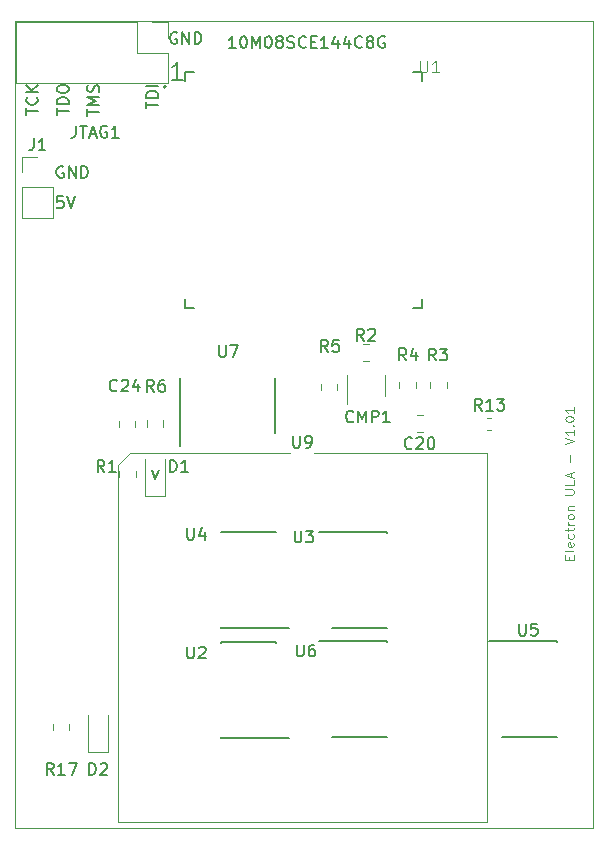
<source format=gbr>
G04 #@! TF.GenerationSoftware,KiCad,Pcbnew,(5.1.5)-3*
G04 #@! TF.CreationDate,2020-05-19T14:22:00+01:00*
G04 #@! TF.ProjectId,ElectronULA,456c6563-7472-46f6-9e55-4c412e6b6963,rev?*
G04 #@! TF.SameCoordinates,Original*
G04 #@! TF.FileFunction,Legend,Top*
G04 #@! TF.FilePolarity,Positive*
%FSLAX46Y46*%
G04 Gerber Fmt 4.6, Leading zero omitted, Abs format (unit mm)*
G04 Created by KiCad (PCBNEW (5.1.5)-3) date 2020-05-19 14:22:00*
%MOMM*%
%LPD*%
G04 APERTURE LIST*
%ADD10C,0.150000*%
%ADD11C,0.125000*%
%ADD12C,0.200000*%
%ADD13C,0.050000*%
%ADD14C,0.120000*%
%ADD15C,0.127000*%
%ADD16C,0.115000*%
G04 APERTURE END LIST*
D10*
X143903011Y-61298211D02*
X143045868Y-61298211D01*
X143474440Y-61298211D02*
X143474440Y-59798211D01*
X143331582Y-60012497D01*
X143188725Y-60155354D01*
X143045868Y-60226782D01*
X148397080Y-58587900D02*
X147825652Y-58587900D01*
X148111366Y-58587900D02*
X148111366Y-57587900D01*
X148016128Y-57730758D01*
X147920890Y-57825996D01*
X147825652Y-57873615D01*
X149016128Y-57587900D02*
X149111366Y-57587900D01*
X149206604Y-57635520D01*
X149254223Y-57683139D01*
X149301842Y-57778377D01*
X149349461Y-57968853D01*
X149349461Y-58206948D01*
X149301842Y-58397424D01*
X149254223Y-58492662D01*
X149206604Y-58540281D01*
X149111366Y-58587900D01*
X149016128Y-58587900D01*
X148920890Y-58540281D01*
X148873271Y-58492662D01*
X148825652Y-58397424D01*
X148778033Y-58206948D01*
X148778033Y-57968853D01*
X148825652Y-57778377D01*
X148873271Y-57683139D01*
X148920890Y-57635520D01*
X149016128Y-57587900D01*
X149778033Y-58587900D02*
X149778033Y-57587900D01*
X150111366Y-58302186D01*
X150444700Y-57587900D01*
X150444700Y-58587900D01*
X151111366Y-57587900D02*
X151206604Y-57587900D01*
X151301842Y-57635520D01*
X151349461Y-57683139D01*
X151397080Y-57778377D01*
X151444700Y-57968853D01*
X151444700Y-58206948D01*
X151397080Y-58397424D01*
X151349461Y-58492662D01*
X151301842Y-58540281D01*
X151206604Y-58587900D01*
X151111366Y-58587900D01*
X151016128Y-58540281D01*
X150968509Y-58492662D01*
X150920890Y-58397424D01*
X150873271Y-58206948D01*
X150873271Y-57968853D01*
X150920890Y-57778377D01*
X150968509Y-57683139D01*
X151016128Y-57635520D01*
X151111366Y-57587900D01*
X152016128Y-58016472D02*
X151920890Y-57968853D01*
X151873271Y-57921234D01*
X151825652Y-57825996D01*
X151825652Y-57778377D01*
X151873271Y-57683139D01*
X151920890Y-57635520D01*
X152016128Y-57587900D01*
X152206604Y-57587900D01*
X152301842Y-57635520D01*
X152349461Y-57683139D01*
X152397080Y-57778377D01*
X152397080Y-57825996D01*
X152349461Y-57921234D01*
X152301842Y-57968853D01*
X152206604Y-58016472D01*
X152016128Y-58016472D01*
X151920890Y-58064091D01*
X151873271Y-58111710D01*
X151825652Y-58206948D01*
X151825652Y-58397424D01*
X151873271Y-58492662D01*
X151920890Y-58540281D01*
X152016128Y-58587900D01*
X152206604Y-58587900D01*
X152301842Y-58540281D01*
X152349461Y-58492662D01*
X152397080Y-58397424D01*
X152397080Y-58206948D01*
X152349461Y-58111710D01*
X152301842Y-58064091D01*
X152206604Y-58016472D01*
X152778033Y-58540281D02*
X152920890Y-58587900D01*
X153158985Y-58587900D01*
X153254223Y-58540281D01*
X153301842Y-58492662D01*
X153349461Y-58397424D01*
X153349461Y-58302186D01*
X153301842Y-58206948D01*
X153254223Y-58159329D01*
X153158985Y-58111710D01*
X152968509Y-58064091D01*
X152873271Y-58016472D01*
X152825652Y-57968853D01*
X152778033Y-57873615D01*
X152778033Y-57778377D01*
X152825652Y-57683139D01*
X152873271Y-57635520D01*
X152968509Y-57587900D01*
X153206604Y-57587900D01*
X153349461Y-57635520D01*
X154349461Y-58492662D02*
X154301842Y-58540281D01*
X154158985Y-58587900D01*
X154063747Y-58587900D01*
X153920890Y-58540281D01*
X153825652Y-58445043D01*
X153778033Y-58349805D01*
X153730414Y-58159329D01*
X153730414Y-58016472D01*
X153778033Y-57825996D01*
X153825652Y-57730758D01*
X153920890Y-57635520D01*
X154063747Y-57587900D01*
X154158985Y-57587900D01*
X154301842Y-57635520D01*
X154349461Y-57683139D01*
X154778033Y-58064091D02*
X155111366Y-58064091D01*
X155254223Y-58587900D02*
X154778033Y-58587900D01*
X154778033Y-57587900D01*
X155254223Y-57587900D01*
X156206604Y-58587900D02*
X155635176Y-58587900D01*
X155920890Y-58587900D02*
X155920890Y-57587900D01*
X155825652Y-57730758D01*
X155730414Y-57825996D01*
X155635176Y-57873615D01*
X157063747Y-57921234D02*
X157063747Y-58587900D01*
X156825652Y-57540281D02*
X156587557Y-58254567D01*
X157206604Y-58254567D01*
X158016128Y-57921234D02*
X158016128Y-58587900D01*
X157778033Y-57540281D02*
X157539938Y-58254567D01*
X158158985Y-58254567D01*
X159111366Y-58492662D02*
X159063747Y-58540281D01*
X158920890Y-58587900D01*
X158825652Y-58587900D01*
X158682795Y-58540281D01*
X158587557Y-58445043D01*
X158539938Y-58349805D01*
X158492319Y-58159329D01*
X158492319Y-58016472D01*
X158539938Y-57825996D01*
X158587557Y-57730758D01*
X158682795Y-57635520D01*
X158825652Y-57587900D01*
X158920890Y-57587900D01*
X159063747Y-57635520D01*
X159111366Y-57683139D01*
X159682795Y-58016472D02*
X159587557Y-57968853D01*
X159539938Y-57921234D01*
X159492319Y-57825996D01*
X159492319Y-57778377D01*
X159539938Y-57683139D01*
X159587557Y-57635520D01*
X159682795Y-57587900D01*
X159873271Y-57587900D01*
X159968509Y-57635520D01*
X160016128Y-57683139D01*
X160063747Y-57778377D01*
X160063747Y-57825996D01*
X160016128Y-57921234D01*
X159968509Y-57968853D01*
X159873271Y-58016472D01*
X159682795Y-58016472D01*
X159587557Y-58064091D01*
X159539938Y-58111710D01*
X159492319Y-58206948D01*
X159492319Y-58397424D01*
X159539938Y-58492662D01*
X159587557Y-58540281D01*
X159682795Y-58587900D01*
X159873271Y-58587900D01*
X159968509Y-58540281D01*
X160016128Y-58492662D01*
X160063747Y-58397424D01*
X160063747Y-58206948D01*
X160016128Y-58111710D01*
X159968509Y-58064091D01*
X159873271Y-58016472D01*
X161016128Y-57635520D02*
X160920890Y-57587900D01*
X160778033Y-57587900D01*
X160635176Y-57635520D01*
X160539938Y-57730758D01*
X160492319Y-57825996D01*
X160444700Y-58016472D01*
X160444700Y-58159329D01*
X160492319Y-58349805D01*
X160539938Y-58445043D01*
X160635176Y-58540281D01*
X160778033Y-58587900D01*
X160873271Y-58587900D01*
X161016128Y-58540281D01*
X161063747Y-58492662D01*
X161063747Y-58159329D01*
X160873271Y-58159329D01*
X133802215Y-68641340D02*
X133706977Y-68593720D01*
X133564120Y-68593720D01*
X133421262Y-68641340D01*
X133326024Y-68736578D01*
X133278405Y-68831816D01*
X133230786Y-69022292D01*
X133230786Y-69165149D01*
X133278405Y-69355625D01*
X133326024Y-69450863D01*
X133421262Y-69546101D01*
X133564120Y-69593720D01*
X133659358Y-69593720D01*
X133802215Y-69546101D01*
X133849834Y-69498482D01*
X133849834Y-69165149D01*
X133659358Y-69165149D01*
X134278405Y-69593720D02*
X134278405Y-68593720D01*
X134849834Y-69593720D01*
X134849834Y-68593720D01*
X135326024Y-69593720D02*
X135326024Y-68593720D01*
X135564120Y-68593720D01*
X135706977Y-68641340D01*
X135802215Y-68736578D01*
X135849834Y-68831816D01*
X135897453Y-69022292D01*
X135897453Y-69165149D01*
X135849834Y-69355625D01*
X135802215Y-69450863D01*
X135706977Y-69546101D01*
X135564120Y-69593720D01*
X135326024Y-69593720D01*
X133784363Y-71154040D02*
X133308173Y-71154040D01*
X133260554Y-71630231D01*
X133308173Y-71582612D01*
X133403411Y-71534993D01*
X133641506Y-71534993D01*
X133736744Y-71582612D01*
X133784363Y-71630231D01*
X133831982Y-71725469D01*
X133831982Y-71963564D01*
X133784363Y-72058802D01*
X133736744Y-72106421D01*
X133641506Y-72154040D01*
X133403411Y-72154040D01*
X133308173Y-72106421D01*
X133260554Y-72058802D01*
X134117697Y-71154040D02*
X134451030Y-72154040D01*
X134784363Y-71154040D01*
X143411035Y-57300240D02*
X143315797Y-57252620D01*
X143172940Y-57252620D01*
X143030082Y-57300240D01*
X142934844Y-57395478D01*
X142887225Y-57490716D01*
X142839606Y-57681192D01*
X142839606Y-57824049D01*
X142887225Y-58014525D01*
X142934844Y-58109763D01*
X143030082Y-58205001D01*
X143172940Y-58252620D01*
X143268178Y-58252620D01*
X143411035Y-58205001D01*
X143458654Y-58157382D01*
X143458654Y-57824049D01*
X143268178Y-57824049D01*
X143887225Y-58252620D02*
X143887225Y-57252620D01*
X144458654Y-58252620D01*
X144458654Y-57252620D01*
X144934844Y-58252620D02*
X144934844Y-57252620D01*
X145172940Y-57252620D01*
X145315797Y-57300240D01*
X145411035Y-57395478D01*
X145458654Y-57490716D01*
X145506273Y-57681192D01*
X145506273Y-57824049D01*
X145458654Y-58014525D01*
X145411035Y-58109763D01*
X145315797Y-58205001D01*
X145172940Y-58252620D01*
X144934844Y-58252620D01*
X140836400Y-63693229D02*
X140836400Y-63121800D01*
X141836400Y-63407515D02*
X140836400Y-63407515D01*
X141836400Y-62788467D02*
X140836400Y-62788467D01*
X140836400Y-62550372D01*
X140884020Y-62407515D01*
X140979258Y-62312277D01*
X141074496Y-62264658D01*
X141264972Y-62217039D01*
X141407829Y-62217039D01*
X141598305Y-62264658D01*
X141693543Y-62312277D01*
X141788781Y-62407515D01*
X141836400Y-62550372D01*
X141836400Y-62788467D01*
X141836400Y-61788467D02*
X140836400Y-61788467D01*
X135845300Y-64305013D02*
X135845300Y-63733584D01*
X136845300Y-64019299D02*
X135845300Y-64019299D01*
X136845300Y-63400251D02*
X135845300Y-63400251D01*
X136559586Y-63066918D01*
X135845300Y-62733584D01*
X136845300Y-62733584D01*
X136797681Y-62305013D02*
X136845300Y-62162156D01*
X136845300Y-61924060D01*
X136797681Y-61828822D01*
X136750062Y-61781203D01*
X136654824Y-61733584D01*
X136559586Y-61733584D01*
X136464348Y-61781203D01*
X136416729Y-61828822D01*
X136369110Y-61924060D01*
X136321491Y-62114537D01*
X136273872Y-62209775D01*
X136226253Y-62257394D01*
X136131015Y-62305013D01*
X136035777Y-62305013D01*
X135940539Y-62257394D01*
X135892920Y-62209775D01*
X135845300Y-62114537D01*
X135845300Y-61876441D01*
X135892920Y-61733584D01*
X133259580Y-64243103D02*
X133259580Y-63671675D01*
X134259580Y-63957389D02*
X133259580Y-63957389D01*
X134259580Y-63338341D02*
X133259580Y-63338341D01*
X133259580Y-63100246D01*
X133307200Y-62957389D01*
X133402438Y-62862151D01*
X133497676Y-62814532D01*
X133688152Y-62766913D01*
X133831009Y-62766913D01*
X134021485Y-62814532D01*
X134116723Y-62862151D01*
X134211961Y-62957389D01*
X134259580Y-63100246D01*
X134259580Y-63338341D01*
X133259580Y-62147865D02*
X133259580Y-61957389D01*
X133307200Y-61862151D01*
X133402438Y-61766913D01*
X133592914Y-61719294D01*
X133926247Y-61719294D01*
X134116723Y-61766913D01*
X134211961Y-61862151D01*
X134259580Y-61957389D01*
X134259580Y-62147865D01*
X134211961Y-62243103D01*
X134116723Y-62338341D01*
X133926247Y-62385960D01*
X133592914Y-62385960D01*
X133402438Y-62338341D01*
X133307200Y-62243103D01*
X133259580Y-62147865D01*
X130653540Y-64239614D02*
X130653540Y-63668185D01*
X131653540Y-63953900D02*
X130653540Y-63953900D01*
X131558302Y-62763423D02*
X131605921Y-62811042D01*
X131653540Y-62953900D01*
X131653540Y-63049138D01*
X131605921Y-63191995D01*
X131510683Y-63287233D01*
X131415445Y-63334852D01*
X131224969Y-63382471D01*
X131082112Y-63382471D01*
X130891636Y-63334852D01*
X130796398Y-63287233D01*
X130701160Y-63191995D01*
X130653540Y-63049138D01*
X130653540Y-62953900D01*
X130701160Y-62811042D01*
X130748779Y-62763423D01*
X131653540Y-62334852D02*
X130653540Y-62334852D01*
X131653540Y-61763423D02*
X131082112Y-62191995D01*
X130653540Y-61763423D02*
X131224969Y-62334852D01*
D11*
X176645100Y-101924315D02*
X176645100Y-101657648D01*
X177011766Y-101543362D02*
X177011766Y-101924315D01*
X176311766Y-101924315D01*
X176311766Y-101543362D01*
X177011766Y-101086220D02*
X176978433Y-101162410D01*
X176911766Y-101200505D01*
X176311766Y-101200505D01*
X176978433Y-100476696D02*
X177011766Y-100552886D01*
X177011766Y-100705267D01*
X176978433Y-100781458D01*
X176911766Y-100819553D01*
X176645100Y-100819553D01*
X176578433Y-100781458D01*
X176545100Y-100705267D01*
X176545100Y-100552886D01*
X176578433Y-100476696D01*
X176645100Y-100438600D01*
X176711766Y-100438600D01*
X176778433Y-100819553D01*
X176978433Y-99752886D02*
X177011766Y-99829077D01*
X177011766Y-99981458D01*
X176978433Y-100057648D01*
X176945100Y-100095743D01*
X176878433Y-100133839D01*
X176678433Y-100133839D01*
X176611766Y-100095743D01*
X176578433Y-100057648D01*
X176545100Y-99981458D01*
X176545100Y-99829077D01*
X176578433Y-99752886D01*
X176545100Y-99524315D02*
X176545100Y-99219553D01*
X176311766Y-99410029D02*
X176911766Y-99410029D01*
X176978433Y-99371934D01*
X177011766Y-99295743D01*
X177011766Y-99219553D01*
X177011766Y-98952886D02*
X176545100Y-98952886D01*
X176678433Y-98952886D02*
X176611766Y-98914791D01*
X176578433Y-98876696D01*
X176545100Y-98800505D01*
X176545100Y-98724315D01*
X177011766Y-98343362D02*
X176978433Y-98419553D01*
X176945100Y-98457648D01*
X176878433Y-98495743D01*
X176678433Y-98495743D01*
X176611766Y-98457648D01*
X176578433Y-98419553D01*
X176545100Y-98343362D01*
X176545100Y-98229077D01*
X176578433Y-98152886D01*
X176611766Y-98114791D01*
X176678433Y-98076696D01*
X176878433Y-98076696D01*
X176945100Y-98114791D01*
X176978433Y-98152886D01*
X177011766Y-98229077D01*
X177011766Y-98343362D01*
X176545100Y-97733839D02*
X177011766Y-97733839D01*
X176611766Y-97733839D02*
X176578433Y-97695743D01*
X176545100Y-97619553D01*
X176545100Y-97505267D01*
X176578433Y-97429077D01*
X176645100Y-97390981D01*
X177011766Y-97390981D01*
X176311766Y-96400505D02*
X176878433Y-96400505D01*
X176945100Y-96362410D01*
X176978433Y-96324315D01*
X177011766Y-96248124D01*
X177011766Y-96095743D01*
X176978433Y-96019553D01*
X176945100Y-95981458D01*
X176878433Y-95943362D01*
X176311766Y-95943362D01*
X177011766Y-95181458D02*
X177011766Y-95562410D01*
X176311766Y-95562410D01*
X176811766Y-94952886D02*
X176811766Y-94571934D01*
X177011766Y-95029077D02*
X176311766Y-94762410D01*
X177011766Y-94495743D01*
X176745100Y-93619553D02*
X176745100Y-93010029D01*
X176311766Y-92133839D02*
X177011766Y-91867172D01*
X176311766Y-91600505D01*
X177011766Y-90914791D02*
X177011766Y-91371934D01*
X177011766Y-91143362D02*
X176311766Y-91143362D01*
X176411766Y-91219553D01*
X176478433Y-91295743D01*
X176511766Y-91371934D01*
X176945100Y-90571934D02*
X176978433Y-90533839D01*
X177011766Y-90571934D01*
X176978433Y-90610029D01*
X176945100Y-90571934D01*
X177011766Y-90571934D01*
X176311766Y-90038600D02*
X176311766Y-89962410D01*
X176345100Y-89886220D01*
X176378433Y-89848124D01*
X176445100Y-89810029D01*
X176578433Y-89771934D01*
X176745100Y-89771934D01*
X176878433Y-89810029D01*
X176945100Y-89848124D01*
X176978433Y-89886220D01*
X177011766Y-89962410D01*
X177011766Y-90038600D01*
X176978433Y-90114791D01*
X176945100Y-90152886D01*
X176878433Y-90190981D01*
X176745100Y-90229077D01*
X176578433Y-90229077D01*
X176445100Y-90190981D01*
X176378433Y-90152886D01*
X176345100Y-90114791D01*
X176311766Y-90038600D01*
X177011766Y-89010029D02*
X177011766Y-89467172D01*
X177011766Y-89238600D02*
X176311766Y-89238600D01*
X176411766Y-89314791D01*
X176478433Y-89390981D01*
X176511766Y-89467172D01*
D12*
X141890405Y-94284847D02*
X141604691Y-95046752D01*
X141318977Y-94284847D01*
D13*
X129700020Y-124670820D02*
X129703200Y-56271000D01*
X178683920Y-124670820D02*
X129700020Y-124670820D01*
X178661700Y-56283700D02*
X178683920Y-124670820D01*
X129703200Y-56271000D02*
X178661700Y-56283700D01*
D14*
X134326700Y-115842148D02*
X134326700Y-116364652D01*
X132906700Y-115842148D02*
X132906700Y-116364652D01*
X135918840Y-118196440D02*
X137618840Y-118196440D01*
X137618840Y-118196440D02*
X137618840Y-115046440D01*
X135918840Y-118196440D02*
X135918840Y-115046440D01*
X130290260Y-67783400D02*
X131620260Y-67783400D01*
X130290260Y-69113400D02*
X130290260Y-67783400D01*
X130290260Y-70383400D02*
X132950260Y-70383400D01*
X132950260Y-70383400D02*
X132950260Y-72983400D01*
X130290260Y-70383400D02*
X130290260Y-72983400D01*
X130290260Y-72983400D02*
X132950260Y-72983400D01*
X170041387Y-89908920D02*
X169698853Y-89908920D01*
X170041387Y-90928920D02*
X169698853Y-90928920D01*
X142655600Y-56381340D02*
X142655600Y-57711340D01*
X141325600Y-56381340D02*
X142655600Y-56381340D01*
X142655600Y-58981340D02*
X142655600Y-61581340D01*
X140055600Y-58981340D02*
X142655600Y-58981340D01*
X140055600Y-56381340D02*
X140055600Y-58981340D01*
X142655600Y-61581340D02*
X129835600Y-61581340D01*
X140055600Y-56381340D02*
X129835600Y-56381340D01*
X129835600Y-56381340D02*
X129835600Y-61581340D01*
X159175948Y-85111000D02*
X159698452Y-85111000D01*
X159175948Y-83691000D02*
X159698452Y-83691000D01*
D12*
X142487200Y-61871000D02*
G75*
G03X142487200Y-61871000I-100000J0D01*
G01*
D15*
X144137200Y-80621000D02*
X144887200Y-80621000D01*
X144137200Y-79871000D02*
X144137200Y-80621000D01*
X164137200Y-80621000D02*
X164137200Y-79871000D01*
X163387200Y-80621000D02*
X164137200Y-80621000D01*
X164137200Y-60621000D02*
X164137200Y-61371000D01*
X163387200Y-60621000D02*
X164137200Y-60621000D01*
X144137200Y-60621000D02*
X144887200Y-60621000D01*
X144137200Y-61371000D02*
X144137200Y-60621000D01*
D10*
X170917720Y-116928220D02*
X175567720Y-116928220D01*
X169842720Y-108828220D02*
X175567720Y-108828220D01*
X170917720Y-116928220D02*
X170917720Y-116903220D01*
X175567720Y-116928220D02*
X175567720Y-116903220D01*
X175567720Y-108878220D02*
X175567720Y-108903220D01*
D14*
X138522640Y-94384228D02*
X138522640Y-94906732D01*
X139942640Y-94384228D02*
X139942640Y-94906732D01*
X140726920Y-96541720D02*
X140726920Y-93391720D01*
X142426920Y-96541720D02*
X142426920Y-93391720D01*
X140726920Y-96541720D02*
X142426920Y-96541720D01*
X169663300Y-92871100D02*
X155038300Y-92871100D01*
X169663300Y-124121100D02*
X169663300Y-92871100D01*
X138413300Y-124121100D02*
X169663300Y-124121100D01*
X138413300Y-93871100D02*
X138413300Y-124121100D01*
X139413300Y-92871100D02*
X138413300Y-93871100D01*
X153038300Y-92871100D02*
X139413300Y-92871100D01*
X157817200Y-86291000D02*
X157817200Y-88741000D01*
X161037200Y-88091000D02*
X161037200Y-86291000D01*
D10*
X151748860Y-91199600D02*
X151748860Y-86549600D01*
X143648860Y-92274600D02*
X143648860Y-86549600D01*
X151748860Y-91199600D02*
X151723860Y-91199600D01*
X151748860Y-86549600D02*
X151723860Y-86549600D01*
X143698860Y-86549600D02*
X143723860Y-86549600D01*
X156552000Y-107707800D02*
X161202000Y-107707800D01*
X155477000Y-99607800D02*
X161202000Y-99607800D01*
X156552000Y-107707800D02*
X156552000Y-107682800D01*
X161202000Y-107707800D02*
X161202000Y-107682800D01*
X161202000Y-99657800D02*
X161202000Y-99682800D01*
X156552000Y-116928000D02*
X161202000Y-116928000D01*
X155477000Y-108828000D02*
X161202000Y-108828000D01*
X156552000Y-116928000D02*
X156552000Y-116903000D01*
X161202000Y-116928000D02*
X161202000Y-116903000D01*
X161202000Y-108878000D02*
X161202000Y-108903000D01*
X151816700Y-99556200D02*
X147166700Y-99556200D01*
X152891700Y-107656200D02*
X147166700Y-107656200D01*
X151816700Y-99556200D02*
X151816700Y-99581200D01*
X147166700Y-99556200D02*
X147166700Y-99581200D01*
X147166700Y-107606200D02*
X147166700Y-107581200D01*
X151842100Y-108903400D02*
X147192100Y-108903400D01*
X152917100Y-117003400D02*
X147192100Y-117003400D01*
X151842100Y-108903400D02*
X151842100Y-108928400D01*
X147192100Y-108903400D02*
X147192100Y-108928400D01*
X147192100Y-116953400D02*
X147192100Y-116928400D01*
D14*
X157007200Y-87557252D02*
X157007200Y-87034748D01*
X155587200Y-87557252D02*
X155587200Y-87034748D01*
X162247200Y-86894748D02*
X162247200Y-87417252D01*
X163667200Y-86894748D02*
X163667200Y-87417252D01*
X166267200Y-87412252D02*
X166267200Y-86889748D01*
X164847200Y-87412252D02*
X164847200Y-86889748D01*
X164243452Y-89691000D02*
X163720948Y-89691000D01*
X164243452Y-91111000D02*
X163720948Y-91111000D01*
X140866920Y-90115468D02*
X140866920Y-90637972D01*
X142286920Y-90115468D02*
X142286920Y-90637972D01*
X139911400Y-90665452D02*
X139911400Y-90142948D01*
X138491400Y-90665452D02*
X138491400Y-90142948D01*
D10*
X132986542Y-120127020D02*
X132653209Y-119650830D01*
X132415114Y-120127020D02*
X132415114Y-119127020D01*
X132796066Y-119127020D01*
X132891304Y-119174640D01*
X132938923Y-119222259D01*
X132986542Y-119317497D01*
X132986542Y-119460354D01*
X132938923Y-119555592D01*
X132891304Y-119603211D01*
X132796066Y-119650830D01*
X132415114Y-119650830D01*
X133938923Y-120127020D02*
X133367495Y-120127020D01*
X133653209Y-120127020D02*
X133653209Y-119127020D01*
X133557971Y-119269878D01*
X133462733Y-119365116D01*
X133367495Y-119412735D01*
X134272257Y-119127020D02*
X134938923Y-119127020D01*
X134510352Y-120127020D01*
X136007884Y-120127020D02*
X136007884Y-119127020D01*
X136245980Y-119127020D01*
X136388837Y-119174640D01*
X136484075Y-119269878D01*
X136531694Y-119365116D01*
X136579313Y-119555592D01*
X136579313Y-119698449D01*
X136531694Y-119888925D01*
X136484075Y-119984163D01*
X136388837Y-120079401D01*
X136245980Y-120127020D01*
X136007884Y-120127020D01*
X136960265Y-119222259D02*
X137007884Y-119174640D01*
X137103122Y-119127020D01*
X137341218Y-119127020D01*
X137436456Y-119174640D01*
X137484075Y-119222259D01*
X137531694Y-119317497D01*
X137531694Y-119412735D01*
X137484075Y-119555592D01*
X136912646Y-120127020D01*
X137531694Y-120127020D01*
X131286926Y-66235780D02*
X131286926Y-66950066D01*
X131239307Y-67092923D01*
X131144069Y-67188161D01*
X131001212Y-67235780D01*
X130905974Y-67235780D01*
X132286926Y-67235780D02*
X131715498Y-67235780D01*
X132001212Y-67235780D02*
X132001212Y-66235780D01*
X131905974Y-66378638D01*
X131810736Y-66473876D01*
X131715498Y-66521495D01*
X169245042Y-89286340D02*
X168911709Y-88810150D01*
X168673614Y-89286340D02*
X168673614Y-88286340D01*
X169054566Y-88286340D01*
X169149804Y-88333960D01*
X169197423Y-88381579D01*
X169245042Y-88476817D01*
X169245042Y-88619674D01*
X169197423Y-88714912D01*
X169149804Y-88762531D01*
X169054566Y-88810150D01*
X168673614Y-88810150D01*
X170197423Y-89286340D02*
X169625995Y-89286340D01*
X169911709Y-89286340D02*
X169911709Y-88286340D01*
X169816471Y-88429198D01*
X169721233Y-88524436D01*
X169625995Y-88572055D01*
X170530757Y-88286340D02*
X171149804Y-88286340D01*
X170816471Y-88667293D01*
X170959328Y-88667293D01*
X171054566Y-88714912D01*
X171102185Y-88762531D01*
X171149804Y-88857769D01*
X171149804Y-89095864D01*
X171102185Y-89191102D01*
X171054566Y-89238721D01*
X170959328Y-89286340D01*
X170673614Y-89286340D01*
X170578376Y-89238721D01*
X170530757Y-89191102D01*
X134871982Y-65172340D02*
X134871982Y-65886626D01*
X134824363Y-66029483D01*
X134729125Y-66124721D01*
X134586268Y-66172340D01*
X134491030Y-66172340D01*
X135205316Y-65172340D02*
X135776744Y-65172340D01*
X135491030Y-66172340D02*
X135491030Y-65172340D01*
X136062459Y-65886626D02*
X136538649Y-65886626D01*
X135967220Y-66172340D02*
X136300554Y-65172340D01*
X136633887Y-66172340D01*
X137491030Y-65219960D02*
X137395792Y-65172340D01*
X137252935Y-65172340D01*
X137110078Y-65219960D01*
X137014840Y-65315198D01*
X136967220Y-65410436D01*
X136919601Y-65600912D01*
X136919601Y-65743769D01*
X136967220Y-65934245D01*
X137014840Y-66029483D01*
X137110078Y-66124721D01*
X137252935Y-66172340D01*
X137348173Y-66172340D01*
X137491030Y-66124721D01*
X137538649Y-66077102D01*
X137538649Y-65743769D01*
X137348173Y-65743769D01*
X138491030Y-66172340D02*
X137919601Y-66172340D01*
X138205316Y-66172340D02*
X138205316Y-65172340D01*
X138110078Y-65315198D01*
X138014840Y-65410436D01*
X137919601Y-65458055D01*
X159260533Y-83363380D02*
X158927200Y-82887190D01*
X158689104Y-83363380D02*
X158689104Y-82363380D01*
X159070057Y-82363380D01*
X159165295Y-82411000D01*
X159212914Y-82458619D01*
X159260533Y-82553857D01*
X159260533Y-82696714D01*
X159212914Y-82791952D01*
X159165295Y-82839571D01*
X159070057Y-82887190D01*
X158689104Y-82887190D01*
X159641485Y-82458619D02*
X159689104Y-82411000D01*
X159784342Y-82363380D01*
X160022438Y-82363380D01*
X160117676Y-82411000D01*
X160165295Y-82458619D01*
X160212914Y-82553857D01*
X160212914Y-82649095D01*
X160165295Y-82791952D01*
X159593866Y-83363380D01*
X160212914Y-83363380D01*
D16*
X164040573Y-59655215D02*
X164040573Y-60465102D01*
X164088213Y-60560383D01*
X164135854Y-60608023D01*
X164231134Y-60655664D01*
X164421696Y-60655664D01*
X164516977Y-60608023D01*
X164564617Y-60560383D01*
X164612258Y-60465102D01*
X164612258Y-59655215D01*
X165612707Y-60655664D02*
X165041022Y-60655664D01*
X165326864Y-60655664D02*
X165326864Y-59655215D01*
X165231583Y-59798136D01*
X165136303Y-59893417D01*
X165041022Y-59941057D01*
D10*
X172394975Y-107336340D02*
X172394975Y-108145864D01*
X172442594Y-108241102D01*
X172490213Y-108288721D01*
X172585451Y-108336340D01*
X172775927Y-108336340D01*
X172871165Y-108288721D01*
X172918784Y-108241102D01*
X172966403Y-108145864D01*
X172966403Y-107336340D01*
X173918784Y-107336340D02*
X173442594Y-107336340D01*
X173394975Y-107812531D01*
X173442594Y-107764912D01*
X173537832Y-107717293D01*
X173775927Y-107717293D01*
X173871165Y-107764912D01*
X173918784Y-107812531D01*
X173966403Y-107907769D01*
X173966403Y-108145864D01*
X173918784Y-108241102D01*
X173871165Y-108288721D01*
X173775927Y-108336340D01*
X173537832Y-108336340D01*
X173442594Y-108288721D01*
X173394975Y-108241102D01*
X137282893Y-94478100D02*
X136949560Y-94001910D01*
X136711464Y-94478100D02*
X136711464Y-93478100D01*
X137092417Y-93478100D01*
X137187655Y-93525720D01*
X137235274Y-93573339D01*
X137282893Y-93668577D01*
X137282893Y-93811434D01*
X137235274Y-93906672D01*
X137187655Y-93954291D01*
X137092417Y-94001910D01*
X136711464Y-94001910D01*
X138235274Y-94478100D02*
X137663845Y-94478100D01*
X137949560Y-94478100D02*
X137949560Y-93478100D01*
X137854321Y-93620958D01*
X137759083Y-93716196D01*
X137663845Y-93763815D01*
X142832864Y-94478100D02*
X142832864Y-93478100D01*
X143070960Y-93478100D01*
X143213817Y-93525720D01*
X143309055Y-93620958D01*
X143356674Y-93716196D01*
X143404293Y-93906672D01*
X143404293Y-94049529D01*
X143356674Y-94240005D01*
X143309055Y-94335243D01*
X143213817Y-94430481D01*
X143070960Y-94478100D01*
X142832864Y-94478100D01*
X144356674Y-94478100D02*
X143785245Y-94478100D01*
X144070960Y-94478100D02*
X144070960Y-93478100D01*
X143975721Y-93620958D01*
X143880483Y-93716196D01*
X143785245Y-93763815D01*
X153276395Y-91423480D02*
X153276395Y-92233004D01*
X153324014Y-92328242D01*
X153371633Y-92375861D01*
X153466871Y-92423480D01*
X153657347Y-92423480D01*
X153752585Y-92375861D01*
X153800204Y-92328242D01*
X153847823Y-92233004D01*
X153847823Y-91423480D01*
X154371633Y-92423480D02*
X154562109Y-92423480D01*
X154657347Y-92375861D01*
X154704966Y-92328242D01*
X154800204Y-92185385D01*
X154847823Y-91994909D01*
X154847823Y-91613957D01*
X154800204Y-91518719D01*
X154752585Y-91471100D01*
X154657347Y-91423480D01*
X154466871Y-91423480D01*
X154371633Y-91471100D01*
X154324014Y-91518719D01*
X154276395Y-91613957D01*
X154276395Y-91852052D01*
X154324014Y-91947290D01*
X154371633Y-91994909D01*
X154466871Y-92042528D01*
X154657347Y-92042528D01*
X154752585Y-91994909D01*
X154800204Y-91947290D01*
X154847823Y-91852052D01*
X158359104Y-90188142D02*
X158311485Y-90235761D01*
X158168628Y-90283380D01*
X158073390Y-90283380D01*
X157930533Y-90235761D01*
X157835295Y-90140523D01*
X157787676Y-90045285D01*
X157740057Y-89854809D01*
X157740057Y-89711952D01*
X157787676Y-89521476D01*
X157835295Y-89426238D01*
X157930533Y-89331000D01*
X158073390Y-89283380D01*
X158168628Y-89283380D01*
X158311485Y-89331000D01*
X158359104Y-89378619D01*
X158787676Y-90283380D02*
X158787676Y-89283380D01*
X159121009Y-89997666D01*
X159454342Y-89283380D01*
X159454342Y-90283380D01*
X159930533Y-90283380D02*
X159930533Y-89283380D01*
X160311485Y-89283380D01*
X160406723Y-89331000D01*
X160454342Y-89378619D01*
X160501961Y-89473857D01*
X160501961Y-89616714D01*
X160454342Y-89711952D01*
X160406723Y-89759571D01*
X160311485Y-89807190D01*
X159930533Y-89807190D01*
X161454342Y-90283380D02*
X160882914Y-90283380D01*
X161168628Y-90283380D02*
X161168628Y-89283380D01*
X161073390Y-89426238D01*
X160978152Y-89521476D01*
X160882914Y-89569095D01*
X147005295Y-83733380D02*
X147005295Y-84542904D01*
X147052914Y-84638142D01*
X147100533Y-84685761D01*
X147195771Y-84733380D01*
X147386247Y-84733380D01*
X147481485Y-84685761D01*
X147529104Y-84638142D01*
X147576723Y-84542904D01*
X147576723Y-83733380D01*
X147957676Y-83733380D02*
X148624342Y-83733380D01*
X148195771Y-84733380D01*
X153390695Y-99457260D02*
X153390695Y-100266784D01*
X153438314Y-100362022D01*
X153485933Y-100409641D01*
X153581171Y-100457260D01*
X153771647Y-100457260D01*
X153866885Y-100409641D01*
X153914504Y-100362022D01*
X153962123Y-100266784D01*
X153962123Y-99457260D01*
X154343076Y-99457260D02*
X154962123Y-99457260D01*
X154628790Y-99838213D01*
X154771647Y-99838213D01*
X154866885Y-99885832D01*
X154914504Y-99933451D01*
X154962123Y-100028689D01*
X154962123Y-100266784D01*
X154914504Y-100362022D01*
X154866885Y-100409641D01*
X154771647Y-100457260D01*
X154485933Y-100457260D01*
X154390695Y-100409641D01*
X154343076Y-100362022D01*
X153573575Y-109109260D02*
X153573575Y-109918784D01*
X153621194Y-110014022D01*
X153668813Y-110061641D01*
X153764051Y-110109260D01*
X153954527Y-110109260D01*
X154049765Y-110061641D01*
X154097384Y-110014022D01*
X154145003Y-109918784D01*
X154145003Y-109109260D01*
X155049765Y-109109260D02*
X154859289Y-109109260D01*
X154764051Y-109156880D01*
X154716432Y-109204499D01*
X154621194Y-109347356D01*
X154573575Y-109537832D01*
X154573575Y-109918784D01*
X154621194Y-110014022D01*
X154668813Y-110061641D01*
X154764051Y-110109260D01*
X154954527Y-110109260D01*
X155049765Y-110061641D01*
X155097384Y-110014022D01*
X155145003Y-109918784D01*
X155145003Y-109680689D01*
X155097384Y-109585451D01*
X155049765Y-109537832D01*
X154954527Y-109490213D01*
X154764051Y-109490213D01*
X154668813Y-109537832D01*
X154621194Y-109585451D01*
X154573575Y-109680689D01*
X144297495Y-99208340D02*
X144297495Y-100017864D01*
X144345114Y-100113102D01*
X144392733Y-100160721D01*
X144487971Y-100208340D01*
X144678447Y-100208340D01*
X144773685Y-100160721D01*
X144821304Y-100113102D01*
X144868923Y-100017864D01*
X144868923Y-99208340D01*
X145773685Y-99541674D02*
X145773685Y-100208340D01*
X145535590Y-99160721D02*
X145297495Y-99875007D01*
X145916542Y-99875007D01*
X144297495Y-109266740D02*
X144297495Y-110076264D01*
X144345114Y-110171502D01*
X144392733Y-110219121D01*
X144487971Y-110266740D01*
X144678447Y-110266740D01*
X144773685Y-110219121D01*
X144821304Y-110171502D01*
X144868923Y-110076264D01*
X144868923Y-109266740D01*
X145297495Y-109361979D02*
X145345114Y-109314360D01*
X145440352Y-109266740D01*
X145678447Y-109266740D01*
X145773685Y-109314360D01*
X145821304Y-109361979D01*
X145868923Y-109457217D01*
X145868923Y-109552455D01*
X145821304Y-109695312D01*
X145249876Y-110266740D01*
X145868923Y-110266740D01*
X156215133Y-84305700D02*
X155881800Y-83829510D01*
X155643704Y-84305700D02*
X155643704Y-83305700D01*
X156024657Y-83305700D01*
X156119895Y-83353320D01*
X156167514Y-83400939D01*
X156215133Y-83496177D01*
X156215133Y-83639034D01*
X156167514Y-83734272D01*
X156119895Y-83781891D01*
X156024657Y-83829510D01*
X155643704Y-83829510D01*
X157119895Y-83305700D02*
X156643704Y-83305700D01*
X156596085Y-83781891D01*
X156643704Y-83734272D01*
X156738942Y-83686653D01*
X156977038Y-83686653D01*
X157072276Y-83734272D01*
X157119895Y-83781891D01*
X157167514Y-83877129D01*
X157167514Y-84115224D01*
X157119895Y-84210462D01*
X157072276Y-84258081D01*
X156977038Y-84305700D01*
X156738942Y-84305700D01*
X156643704Y-84258081D01*
X156596085Y-84210462D01*
X162830213Y-85029300D02*
X162496880Y-84553110D01*
X162258784Y-85029300D02*
X162258784Y-84029300D01*
X162639737Y-84029300D01*
X162734975Y-84076920D01*
X162782594Y-84124539D01*
X162830213Y-84219777D01*
X162830213Y-84362634D01*
X162782594Y-84457872D01*
X162734975Y-84505491D01*
X162639737Y-84553110D01*
X162258784Y-84553110D01*
X163687356Y-84362634D02*
X163687356Y-85029300D01*
X163449260Y-83981681D02*
X163211165Y-84695967D01*
X163830213Y-84695967D01*
X165349893Y-85044540D02*
X165016560Y-84568350D01*
X164778464Y-85044540D02*
X164778464Y-84044540D01*
X165159417Y-84044540D01*
X165254655Y-84092160D01*
X165302274Y-84139779D01*
X165349893Y-84235017D01*
X165349893Y-84377874D01*
X165302274Y-84473112D01*
X165254655Y-84520731D01*
X165159417Y-84568350D01*
X164778464Y-84568350D01*
X165683226Y-84044540D02*
X166302274Y-84044540D01*
X165968940Y-84425493D01*
X166111798Y-84425493D01*
X166207036Y-84473112D01*
X166254655Y-84520731D01*
X166302274Y-84615969D01*
X166302274Y-84854064D01*
X166254655Y-84949302D01*
X166207036Y-84996921D01*
X166111798Y-85044540D01*
X165826083Y-85044540D01*
X165730845Y-84996921D01*
X165683226Y-84949302D01*
X163324302Y-92460082D02*
X163276683Y-92507701D01*
X163133826Y-92555320D01*
X163038588Y-92555320D01*
X162895731Y-92507701D01*
X162800493Y-92412463D01*
X162752874Y-92317225D01*
X162705255Y-92126749D01*
X162705255Y-91983892D01*
X162752874Y-91793416D01*
X162800493Y-91698178D01*
X162895731Y-91602940D01*
X163038588Y-91555320D01*
X163133826Y-91555320D01*
X163276683Y-91602940D01*
X163324302Y-91650559D01*
X163705255Y-91650559D02*
X163752874Y-91602940D01*
X163848112Y-91555320D01*
X164086207Y-91555320D01*
X164181445Y-91602940D01*
X164229064Y-91650559D01*
X164276683Y-91745797D01*
X164276683Y-91841035D01*
X164229064Y-91983892D01*
X163657636Y-92555320D01*
X164276683Y-92555320D01*
X164895731Y-91555320D02*
X164990969Y-91555320D01*
X165086207Y-91602940D01*
X165133826Y-91650559D01*
X165181445Y-91745797D01*
X165229064Y-91936273D01*
X165229064Y-92174368D01*
X165181445Y-92364844D01*
X165133826Y-92460082D01*
X165086207Y-92507701D01*
X164990969Y-92555320D01*
X164895731Y-92555320D01*
X164800493Y-92507701D01*
X164752874Y-92460082D01*
X164705255Y-92364844D01*
X164657636Y-92174368D01*
X164657636Y-91936273D01*
X164705255Y-91745797D01*
X164752874Y-91650559D01*
X164800493Y-91602940D01*
X164895731Y-91555320D01*
X141480253Y-87684100D02*
X141146920Y-87207910D01*
X140908824Y-87684100D02*
X140908824Y-86684100D01*
X141289777Y-86684100D01*
X141385015Y-86731720D01*
X141432634Y-86779339D01*
X141480253Y-86874577D01*
X141480253Y-87017434D01*
X141432634Y-87112672D01*
X141385015Y-87160291D01*
X141289777Y-87207910D01*
X140908824Y-87207910D01*
X142337396Y-86684100D02*
X142146920Y-86684100D01*
X142051681Y-86731720D01*
X142004062Y-86779339D01*
X141908824Y-86922196D01*
X141861205Y-87112672D01*
X141861205Y-87493624D01*
X141908824Y-87588862D01*
X141956443Y-87636481D01*
X142051681Y-87684100D01*
X142242158Y-87684100D01*
X142337396Y-87636481D01*
X142385015Y-87588862D01*
X142432634Y-87493624D01*
X142432634Y-87255529D01*
X142385015Y-87160291D01*
X142337396Y-87112672D01*
X142242158Y-87065053D01*
X142051681Y-87065053D01*
X141956443Y-87112672D01*
X141908824Y-87160291D01*
X141861205Y-87255529D01*
X138356102Y-87570582D02*
X138308483Y-87618201D01*
X138165626Y-87665820D01*
X138070388Y-87665820D01*
X137927531Y-87618201D01*
X137832293Y-87522963D01*
X137784674Y-87427725D01*
X137737055Y-87237249D01*
X137737055Y-87094392D01*
X137784674Y-86903916D01*
X137832293Y-86808678D01*
X137927531Y-86713440D01*
X138070388Y-86665820D01*
X138165626Y-86665820D01*
X138308483Y-86713440D01*
X138356102Y-86761059D01*
X138737055Y-86761059D02*
X138784674Y-86713440D01*
X138879912Y-86665820D01*
X139118007Y-86665820D01*
X139213245Y-86713440D01*
X139260864Y-86761059D01*
X139308483Y-86856297D01*
X139308483Y-86951535D01*
X139260864Y-87094392D01*
X138689436Y-87665820D01*
X139308483Y-87665820D01*
X140165626Y-86999154D02*
X140165626Y-87665820D01*
X139927531Y-86618201D02*
X139689436Y-87332487D01*
X140308483Y-87332487D01*
M02*

</source>
